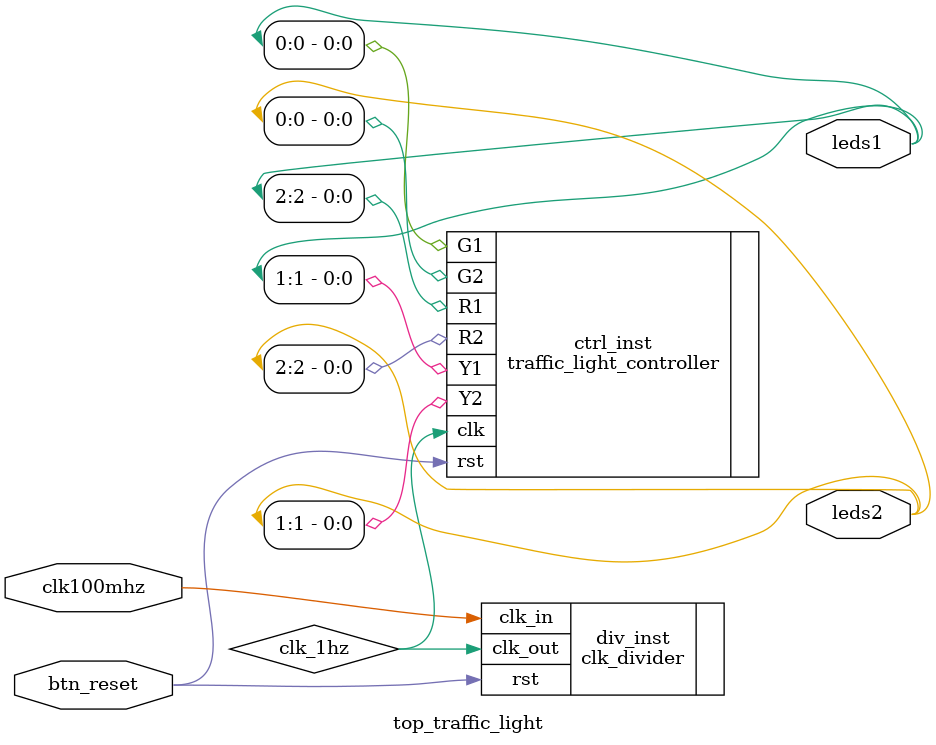
<source format=v>
`timescale 1ns / 1ps


`timescale 1ns / 1ps
module top_traffic_light(
    input  wire clk100mhz,  // clock hệ thống
    input  wire btn_reset,  // nút reset
    output wire [2:0] leds1, // {R1,Y1,G1}
    output wire [2:0] leds2  // {R2,Y2,G2}
);

    wire clk_1hz;

    // Bộ chia clock 100MHz -> 1Hz
    clk_divider div_inst (
        .clk_in(clk100mhz),
        .rst(btn_reset),
        .clk_out(clk_1hz)
    );

    // Bộ điều khiển đèn giao thông
    traffic_light_controller ctrl_inst (
        .clk(clk_1hz),
        .rst(btn_reset),
        .R1(leds1[2]), .Y1(leds1[1]), .G1(leds1[0]),
        .R2(leds2[2]), .Y2(leds2[1]), .G2(leds2[0])
    );

endmodule


</source>
